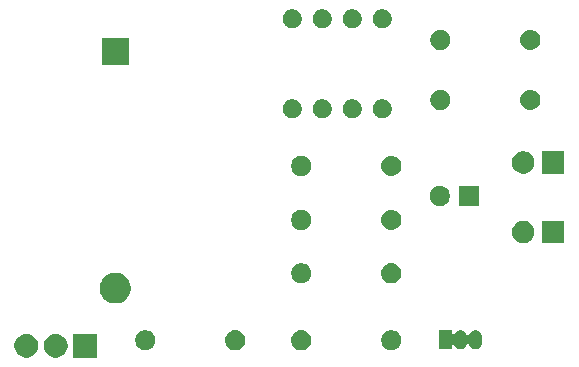
<source format=gbs>
G04 #@! TF.GenerationSoftware,KiCad,Pcbnew,5.1.0-060a0da~80~ubuntu16.04.1*
G04 #@! TF.CreationDate,2019-04-04T16:50:20+05:30*
G04 #@! TF.ProjectId,555_Badge,3535355f-4261-4646-9765-2e6b69636164,v01*
G04 #@! TF.SameCoordinates,Original*
G04 #@! TF.FileFunction,Soldermask,Bot*
G04 #@! TF.FilePolarity,Negative*
%FSLAX46Y46*%
G04 Gerber Fmt 4.6, Leading zero omitted, Abs format (unit mm)*
G04 Created by KiCad (PCBNEW 5.1.0-060a0da~80~ubuntu16.04.1) date 2019-04-04 16:50:20*
%MOMM*%
%LPD*%
G04 APERTURE LIST*
%ADD10C,0.100000*%
G04 APERTURE END LIST*
D10*
G36*
X133371285Y-120938234D02*
G01*
X133467981Y-120957468D01*
X133535648Y-120985497D01*
X133626664Y-121023197D01*
X133650151Y-121032926D01*
X133814100Y-121142473D01*
X133953527Y-121281900D01*
X134007840Y-121363186D01*
X134063075Y-121445851D01*
X134138532Y-121628020D01*
X134176348Y-121818129D01*
X134177000Y-121821410D01*
X134177000Y-122018590D01*
X134138532Y-122211981D01*
X134063074Y-122394151D01*
X133953527Y-122558100D01*
X133814100Y-122697527D01*
X133650151Y-122807074D01*
X133467981Y-122882532D01*
X133274591Y-122921000D01*
X133077409Y-122921000D01*
X132884019Y-122882532D01*
X132701849Y-122807074D01*
X132537900Y-122697527D01*
X132398473Y-122558100D01*
X132288926Y-122394151D01*
X132213468Y-122211981D01*
X132175000Y-122018590D01*
X132175000Y-121821410D01*
X132175653Y-121818129D01*
X132213468Y-121628020D01*
X132288925Y-121445851D01*
X132344160Y-121363186D01*
X132398473Y-121281900D01*
X132537900Y-121142473D01*
X132701849Y-121032926D01*
X132725337Y-121023197D01*
X132816352Y-120985497D01*
X132884019Y-120957468D01*
X132980715Y-120938234D01*
X133077409Y-120919000D01*
X133274591Y-120919000D01*
X133371285Y-120938234D01*
X133371285Y-120938234D01*
G37*
G36*
X135871285Y-120938234D02*
G01*
X135967981Y-120957468D01*
X136035648Y-120985497D01*
X136126664Y-121023197D01*
X136150151Y-121032926D01*
X136314100Y-121142473D01*
X136453527Y-121281900D01*
X136507840Y-121363186D01*
X136563075Y-121445851D01*
X136638532Y-121628020D01*
X136676348Y-121818129D01*
X136677000Y-121821410D01*
X136677000Y-122018590D01*
X136638532Y-122211981D01*
X136563074Y-122394151D01*
X136453527Y-122558100D01*
X136314100Y-122697527D01*
X136150151Y-122807074D01*
X135967981Y-122882532D01*
X135774591Y-122921000D01*
X135577409Y-122921000D01*
X135384019Y-122882532D01*
X135201849Y-122807074D01*
X135037900Y-122697527D01*
X134898473Y-122558100D01*
X134788926Y-122394151D01*
X134713468Y-122211981D01*
X134675000Y-122018590D01*
X134675000Y-121821410D01*
X134675653Y-121818129D01*
X134713468Y-121628020D01*
X134788925Y-121445851D01*
X134844160Y-121363186D01*
X134898473Y-121281900D01*
X135037900Y-121142473D01*
X135201849Y-121032926D01*
X135225337Y-121023197D01*
X135316352Y-120985497D01*
X135384019Y-120957468D01*
X135480715Y-120938234D01*
X135577409Y-120919000D01*
X135774591Y-120919000D01*
X135871285Y-120938234D01*
X135871285Y-120938234D01*
G37*
G36*
X139177000Y-122921000D02*
G01*
X137175000Y-122921000D01*
X137175000Y-120919000D01*
X139177000Y-120919000D01*
X139177000Y-122921000D01*
X139177000Y-122921000D01*
G37*
G36*
X143505229Y-120628704D02*
G01*
X143660101Y-120692854D01*
X143799482Y-120785986D01*
X143918016Y-120904520D01*
X144011148Y-121043901D01*
X144075298Y-121198773D01*
X144108001Y-121363185D01*
X144108001Y-121530817D01*
X144075298Y-121695229D01*
X144011148Y-121850101D01*
X143918016Y-121989482D01*
X143799482Y-122108016D01*
X143660101Y-122201148D01*
X143505229Y-122265298D01*
X143340817Y-122298001D01*
X143173185Y-122298001D01*
X143008773Y-122265298D01*
X142853901Y-122201148D01*
X142714520Y-122108016D01*
X142595986Y-121989482D01*
X142502854Y-121850101D01*
X142438704Y-121695229D01*
X142406001Y-121530817D01*
X142406001Y-121363185D01*
X142438704Y-121198773D01*
X142502854Y-121043901D01*
X142595986Y-120904520D01*
X142714520Y-120785986D01*
X142853901Y-120692854D01*
X143008773Y-120628704D01*
X143173185Y-120596001D01*
X143340817Y-120596001D01*
X143505229Y-120628704D01*
X143505229Y-120628704D01*
G37*
G36*
X151043824Y-120608314D02*
G01*
X151204243Y-120656977D01*
X151271362Y-120692853D01*
X151352079Y-120735997D01*
X151481660Y-120842342D01*
X151588005Y-120971923D01*
X151588006Y-120971925D01*
X151667025Y-121119759D01*
X151715688Y-121280178D01*
X151732118Y-121447001D01*
X151715688Y-121613824D01*
X151667025Y-121774243D01*
X151626478Y-121850101D01*
X151588005Y-121922079D01*
X151481660Y-122051660D01*
X151352079Y-122158005D01*
X151352077Y-122158006D01*
X151204243Y-122237025D01*
X151043824Y-122285688D01*
X150918805Y-122298001D01*
X150835197Y-122298001D01*
X150710178Y-122285688D01*
X150549759Y-122237025D01*
X150401925Y-122158006D01*
X150401923Y-122158005D01*
X150272342Y-122051660D01*
X150165997Y-121922079D01*
X150127524Y-121850101D01*
X150086977Y-121774243D01*
X150038314Y-121613824D01*
X150021884Y-121447001D01*
X150038314Y-121280178D01*
X150086977Y-121119759D01*
X150165996Y-120971925D01*
X150165997Y-120971923D01*
X150272342Y-120842342D01*
X150401923Y-120735997D01*
X150482640Y-120692853D01*
X150549759Y-120656977D01*
X150710178Y-120608314D01*
X150835197Y-120596001D01*
X150918805Y-120596001D01*
X151043824Y-120608314D01*
X151043824Y-120608314D01*
G37*
G36*
X156630823Y-120608314D02*
G01*
X156791242Y-120656977D01*
X156858361Y-120692853D01*
X156939078Y-120735997D01*
X157068659Y-120842342D01*
X157175004Y-120971923D01*
X157175005Y-120971925D01*
X157254024Y-121119759D01*
X157302687Y-121280178D01*
X157319117Y-121447001D01*
X157302687Y-121613824D01*
X157254024Y-121774243D01*
X157213477Y-121850101D01*
X157175004Y-121922079D01*
X157068659Y-122051660D01*
X156939078Y-122158005D01*
X156939076Y-122158006D01*
X156791242Y-122237025D01*
X156630823Y-122285688D01*
X156505804Y-122298001D01*
X156422196Y-122298001D01*
X156297177Y-122285688D01*
X156136758Y-122237025D01*
X155988924Y-122158006D01*
X155988922Y-122158005D01*
X155859341Y-122051660D01*
X155752996Y-121922079D01*
X155714523Y-121850101D01*
X155673976Y-121774243D01*
X155625313Y-121613824D01*
X155608883Y-121447001D01*
X155625313Y-121280178D01*
X155673976Y-121119759D01*
X155752995Y-120971925D01*
X155752996Y-120971923D01*
X155859341Y-120842342D01*
X155988922Y-120735997D01*
X156069639Y-120692853D01*
X156136758Y-120656977D01*
X156297177Y-120608314D01*
X156422196Y-120596001D01*
X156505804Y-120596001D01*
X156630823Y-120608314D01*
X156630823Y-120608314D01*
G37*
G36*
X164332228Y-120628704D02*
G01*
X164487100Y-120692854D01*
X164626481Y-120785986D01*
X164745015Y-120904520D01*
X164838147Y-121043901D01*
X164902297Y-121198773D01*
X164935000Y-121363185D01*
X164935000Y-121530817D01*
X164902297Y-121695229D01*
X164838147Y-121850101D01*
X164745015Y-121989482D01*
X164626481Y-122108016D01*
X164487100Y-122201148D01*
X164332228Y-122265298D01*
X164167816Y-122298001D01*
X164000184Y-122298001D01*
X163835772Y-122265298D01*
X163680900Y-122201148D01*
X163541519Y-122108016D01*
X163422985Y-121989482D01*
X163329853Y-121850101D01*
X163265703Y-121695229D01*
X163233000Y-121530817D01*
X163233000Y-121363185D01*
X163265703Y-121198773D01*
X163329853Y-121043901D01*
X163422985Y-120904520D01*
X163541519Y-120785986D01*
X163680900Y-120692854D01*
X163835772Y-120628704D01*
X164000184Y-120596001D01*
X164167816Y-120596001D01*
X164332228Y-120628704D01*
X164332228Y-120628704D01*
G37*
G36*
X171304015Y-120618973D02*
G01*
X171407879Y-120650479D01*
X171435055Y-120665005D01*
X171503600Y-120701643D01*
X171587501Y-120770499D01*
X171656357Y-120854400D01*
X171690886Y-120919000D01*
X171707521Y-120950121D01*
X171739027Y-121053985D01*
X171747000Y-121134933D01*
X171747000Y-121689067D01*
X171739027Y-121770015D01*
X171707521Y-121873879D01*
X171656356Y-121969600D01*
X171587501Y-122053501D01*
X171521074Y-122108016D01*
X171503599Y-122122357D01*
X171451907Y-122149987D01*
X171407878Y-122173521D01*
X171304014Y-122205027D01*
X171196000Y-122215666D01*
X171087985Y-122205027D01*
X170984121Y-122173521D01*
X170940093Y-122149987D01*
X170888401Y-122122357D01*
X170875643Y-122111887D01*
X170804499Y-122053501D01*
X170735644Y-121969600D01*
X170684479Y-121873878D01*
X170680615Y-121861139D01*
X170671239Y-121838503D01*
X170657625Y-121818129D01*
X170640298Y-121800802D01*
X170619923Y-121787188D01*
X170597285Y-121777811D01*
X170573251Y-121773031D01*
X170548747Y-121773031D01*
X170524714Y-121777812D01*
X170502075Y-121787189D01*
X170481701Y-121800803D01*
X170464374Y-121818130D01*
X170450760Y-121838505D01*
X170441388Y-121861131D01*
X170437521Y-121873879D01*
X170386356Y-121969600D01*
X170317501Y-122053501D01*
X170251074Y-122108016D01*
X170233599Y-122122357D01*
X170181907Y-122149987D01*
X170137878Y-122173521D01*
X170034014Y-122205027D01*
X169926000Y-122215666D01*
X169817985Y-122205027D01*
X169714121Y-122173521D01*
X169670093Y-122149987D01*
X169618401Y-122122357D01*
X169605643Y-122111887D01*
X169534499Y-122053501D01*
X169465644Y-121969600D01*
X169442234Y-121925804D01*
X169428625Y-121905436D01*
X169411298Y-121888109D01*
X169390924Y-121874495D01*
X169368285Y-121865118D01*
X169344252Y-121860337D01*
X169319748Y-121860337D01*
X169295714Y-121865117D01*
X169273076Y-121874494D01*
X169252701Y-121888108D01*
X169235374Y-121905435D01*
X169221760Y-121925809D01*
X169212383Y-121948448D01*
X169207602Y-121972481D01*
X169207000Y-121984734D01*
X169207000Y-122213000D01*
X168105000Y-122213000D01*
X168105000Y-120611000D01*
X169207000Y-120611000D01*
X169207000Y-120839265D01*
X169209402Y-120863651D01*
X169216515Y-120887100D01*
X169228066Y-120908711D01*
X169243611Y-120927653D01*
X169262553Y-120943198D01*
X169284164Y-120954749D01*
X169307613Y-120961862D01*
X169331999Y-120964264D01*
X169356385Y-120961862D01*
X169379834Y-120954749D01*
X169401445Y-120943198D01*
X169420387Y-120927653D01*
X169435932Y-120908711D01*
X169442239Y-120898188D01*
X169465644Y-120854399D01*
X169534500Y-120770499D01*
X169618401Y-120701643D01*
X169686946Y-120665005D01*
X169714122Y-120650479D01*
X169817986Y-120618973D01*
X169926000Y-120608334D01*
X170034015Y-120618973D01*
X170137879Y-120650479D01*
X170165055Y-120665005D01*
X170233600Y-120701643D01*
X170317501Y-120770499D01*
X170386357Y-120854400D01*
X170420886Y-120919000D01*
X170437521Y-120950121D01*
X170441388Y-120962869D01*
X170450760Y-120985496D01*
X170464374Y-121005870D01*
X170481701Y-121023197D01*
X170502075Y-121036811D01*
X170524714Y-121046188D01*
X170548747Y-121050969D01*
X170573251Y-121050969D01*
X170597285Y-121046189D01*
X170619924Y-121036812D01*
X170640298Y-121023198D01*
X170657625Y-121005871D01*
X170671239Y-120985497D01*
X170680617Y-120962857D01*
X170680919Y-120961862D01*
X170684480Y-120950121D01*
X170684481Y-120950118D01*
X170735643Y-120854401D01*
X170804500Y-120770499D01*
X170888401Y-120701643D01*
X170956946Y-120665005D01*
X170984122Y-120650479D01*
X171087986Y-120618973D01*
X171196000Y-120608334D01*
X171304015Y-120618973D01*
X171304015Y-120618973D01*
G37*
G36*
X141095487Y-115776996D02*
G01*
X141297848Y-115860817D01*
X141332255Y-115875069D01*
X141435154Y-115943824D01*
X141545339Y-116017447D01*
X141726553Y-116198661D01*
X141868932Y-116411747D01*
X141967004Y-116648513D01*
X142017000Y-116899861D01*
X142017000Y-117156139D01*
X141967004Y-117407487D01*
X141868932Y-117644253D01*
X141868931Y-117644255D01*
X141726553Y-117857339D01*
X141545339Y-118038553D01*
X141332255Y-118180931D01*
X141332254Y-118180932D01*
X141332253Y-118180932D01*
X141095487Y-118279004D01*
X140844139Y-118329000D01*
X140587861Y-118329000D01*
X140336513Y-118279004D01*
X140099747Y-118180932D01*
X140099746Y-118180932D01*
X140099745Y-118180931D01*
X139886661Y-118038553D01*
X139705447Y-117857339D01*
X139563069Y-117644255D01*
X139563068Y-117644253D01*
X139464996Y-117407487D01*
X139415000Y-117156139D01*
X139415000Y-116899861D01*
X139464996Y-116648513D01*
X139563068Y-116411747D01*
X139705447Y-116198661D01*
X139886661Y-116017447D01*
X139996846Y-115943824D01*
X140099745Y-115875069D01*
X140134152Y-115860817D01*
X140336513Y-115776996D01*
X140587861Y-115727000D01*
X140844139Y-115727000D01*
X141095487Y-115776996D01*
X141095487Y-115776996D01*
G37*
G36*
X156712228Y-114958704D02*
G01*
X156867100Y-115022854D01*
X157006481Y-115115986D01*
X157125015Y-115234520D01*
X157218147Y-115373901D01*
X157282297Y-115528773D01*
X157315000Y-115693185D01*
X157315000Y-115860817D01*
X157282297Y-116025229D01*
X157218147Y-116180101D01*
X157125015Y-116319482D01*
X157006481Y-116438016D01*
X156867100Y-116531148D01*
X156712228Y-116595298D01*
X156547816Y-116628001D01*
X156380184Y-116628001D01*
X156215772Y-116595298D01*
X156060900Y-116531148D01*
X155921519Y-116438016D01*
X155802985Y-116319482D01*
X155709853Y-116180101D01*
X155645703Y-116025229D01*
X155613000Y-115860817D01*
X155613000Y-115693185D01*
X155645703Y-115528773D01*
X155709853Y-115373901D01*
X155802985Y-115234520D01*
X155921519Y-115115986D01*
X156060900Y-115022854D01*
X156215772Y-114958704D01*
X156380184Y-114926001D01*
X156547816Y-114926001D01*
X156712228Y-114958704D01*
X156712228Y-114958704D01*
G37*
G36*
X164250823Y-114938314D02*
G01*
X164411242Y-114986977D01*
X164478361Y-115022853D01*
X164559078Y-115065997D01*
X164688659Y-115172342D01*
X164795004Y-115301923D01*
X164795005Y-115301925D01*
X164874024Y-115449759D01*
X164922687Y-115610178D01*
X164939117Y-115777001D01*
X164922687Y-115943824D01*
X164874024Y-116104243D01*
X164833477Y-116180101D01*
X164795004Y-116252079D01*
X164688659Y-116381660D01*
X164559078Y-116488005D01*
X164559076Y-116488006D01*
X164411242Y-116567025D01*
X164250823Y-116615688D01*
X164125804Y-116628001D01*
X164042196Y-116628001D01*
X163917177Y-116615688D01*
X163756758Y-116567025D01*
X163608924Y-116488006D01*
X163608922Y-116488005D01*
X163479341Y-116381660D01*
X163372996Y-116252079D01*
X163334523Y-116180101D01*
X163293976Y-116104243D01*
X163245313Y-115943824D01*
X163228883Y-115777001D01*
X163245313Y-115610178D01*
X163293976Y-115449759D01*
X163372995Y-115301925D01*
X163372996Y-115301923D01*
X163479341Y-115172342D01*
X163608922Y-115065997D01*
X163689639Y-115022853D01*
X163756758Y-114986977D01*
X163917177Y-114938314D01*
X164042196Y-114926001D01*
X164125804Y-114926001D01*
X164250823Y-114938314D01*
X164250823Y-114938314D01*
G37*
G36*
X178751000Y-113219000D02*
G01*
X176849000Y-113219000D01*
X176849000Y-111317000D01*
X178751000Y-111317000D01*
X178751000Y-113219000D01*
X178751000Y-113219000D01*
G37*
G36*
X175537395Y-111353546D02*
G01*
X175710466Y-111425234D01*
X175710467Y-111425235D01*
X175866227Y-111529310D01*
X175998690Y-111661773D01*
X175998691Y-111661775D01*
X176102766Y-111817534D01*
X176174454Y-111990605D01*
X176211000Y-112174333D01*
X176211000Y-112361667D01*
X176174454Y-112545395D01*
X176102766Y-112718466D01*
X176102765Y-112718467D01*
X175998690Y-112874227D01*
X175866227Y-113006690D01*
X175787818Y-113059081D01*
X175710466Y-113110766D01*
X175537395Y-113182454D01*
X175353667Y-113219000D01*
X175166333Y-113219000D01*
X174982605Y-113182454D01*
X174809534Y-113110766D01*
X174732182Y-113059081D01*
X174653773Y-113006690D01*
X174521310Y-112874227D01*
X174417235Y-112718467D01*
X174417234Y-112718466D01*
X174345546Y-112545395D01*
X174309000Y-112361667D01*
X174309000Y-112174333D01*
X174345546Y-111990605D01*
X174417234Y-111817534D01*
X174521309Y-111661775D01*
X174521310Y-111661773D01*
X174653773Y-111529310D01*
X174809533Y-111425235D01*
X174809534Y-111425234D01*
X174982605Y-111353546D01*
X175166333Y-111317000D01*
X175353667Y-111317000D01*
X175537395Y-111353546D01*
X175537395Y-111353546D01*
G37*
G36*
X156712228Y-110433703D02*
G01*
X156867100Y-110497853D01*
X157006481Y-110590985D01*
X157125015Y-110709519D01*
X157218147Y-110848900D01*
X157282297Y-111003772D01*
X157315000Y-111168184D01*
X157315000Y-111335816D01*
X157282297Y-111500228D01*
X157218147Y-111655100D01*
X157125015Y-111794481D01*
X157006481Y-111913015D01*
X156867100Y-112006147D01*
X156712228Y-112070297D01*
X156547816Y-112103000D01*
X156380184Y-112103000D01*
X156215772Y-112070297D01*
X156060900Y-112006147D01*
X155921519Y-111913015D01*
X155802985Y-111794481D01*
X155709853Y-111655100D01*
X155645703Y-111500228D01*
X155613000Y-111335816D01*
X155613000Y-111168184D01*
X155645703Y-111003772D01*
X155709853Y-110848900D01*
X155802985Y-110709519D01*
X155921519Y-110590985D01*
X156060900Y-110497853D01*
X156215772Y-110433703D01*
X156380184Y-110401000D01*
X156547816Y-110401000D01*
X156712228Y-110433703D01*
X156712228Y-110433703D01*
G37*
G36*
X164250823Y-110413313D02*
G01*
X164411242Y-110461976D01*
X164478361Y-110497852D01*
X164559078Y-110540996D01*
X164688659Y-110647341D01*
X164795004Y-110776922D01*
X164795005Y-110776924D01*
X164874024Y-110924758D01*
X164922687Y-111085177D01*
X164939117Y-111252000D01*
X164922687Y-111418823D01*
X164874024Y-111579242D01*
X164833477Y-111655100D01*
X164795004Y-111727078D01*
X164688659Y-111856659D01*
X164559078Y-111963004D01*
X164559076Y-111963005D01*
X164411242Y-112042024D01*
X164250823Y-112090687D01*
X164125804Y-112103000D01*
X164042196Y-112103000D01*
X163917177Y-112090687D01*
X163756758Y-112042024D01*
X163608924Y-111963005D01*
X163608922Y-111963004D01*
X163479341Y-111856659D01*
X163372996Y-111727078D01*
X163334523Y-111655100D01*
X163293976Y-111579242D01*
X163245313Y-111418823D01*
X163228883Y-111252000D01*
X163245313Y-111085177D01*
X163293976Y-110924758D01*
X163372995Y-110776924D01*
X163372996Y-110776922D01*
X163479341Y-110647341D01*
X163608922Y-110540996D01*
X163689639Y-110497852D01*
X163756758Y-110461976D01*
X163917177Y-110413313D01*
X164042196Y-110401000D01*
X164125804Y-110401000D01*
X164250823Y-110413313D01*
X164250823Y-110413313D01*
G37*
G36*
X168436228Y-108401703D02*
G01*
X168591100Y-108465853D01*
X168730481Y-108558985D01*
X168849015Y-108677519D01*
X168942147Y-108816900D01*
X169006297Y-108971772D01*
X169039000Y-109136184D01*
X169039000Y-109303816D01*
X169006297Y-109468228D01*
X168942147Y-109623100D01*
X168849015Y-109762481D01*
X168730481Y-109881015D01*
X168591100Y-109974147D01*
X168436228Y-110038297D01*
X168271816Y-110071000D01*
X168104184Y-110071000D01*
X167939772Y-110038297D01*
X167784900Y-109974147D01*
X167645519Y-109881015D01*
X167526985Y-109762481D01*
X167433853Y-109623100D01*
X167369703Y-109468228D01*
X167337000Y-109303816D01*
X167337000Y-109136184D01*
X167369703Y-108971772D01*
X167433853Y-108816900D01*
X167526985Y-108677519D01*
X167645519Y-108558985D01*
X167784900Y-108465853D01*
X167939772Y-108401703D01*
X168104184Y-108369000D01*
X168271816Y-108369000D01*
X168436228Y-108401703D01*
X168436228Y-108401703D01*
G37*
G36*
X171539000Y-110071000D02*
G01*
X169837000Y-110071000D01*
X169837000Y-108369000D01*
X171539000Y-108369000D01*
X171539000Y-110071000D01*
X171539000Y-110071000D01*
G37*
G36*
X164250823Y-105841313D02*
G01*
X164411242Y-105889976D01*
X164543906Y-105960886D01*
X164559078Y-105968996D01*
X164688659Y-106075341D01*
X164795004Y-106204922D01*
X164795005Y-106204924D01*
X164874024Y-106352758D01*
X164922687Y-106513177D01*
X164939117Y-106680000D01*
X164922687Y-106846823D01*
X164874024Y-107007242D01*
X164833477Y-107083100D01*
X164795004Y-107155078D01*
X164688659Y-107284659D01*
X164559078Y-107391004D01*
X164559076Y-107391005D01*
X164411242Y-107470024D01*
X164250823Y-107518687D01*
X164125804Y-107531000D01*
X164042196Y-107531000D01*
X163917177Y-107518687D01*
X163756758Y-107470024D01*
X163608924Y-107391005D01*
X163608922Y-107391004D01*
X163479341Y-107284659D01*
X163372996Y-107155078D01*
X163334523Y-107083100D01*
X163293976Y-107007242D01*
X163245313Y-106846823D01*
X163228883Y-106680000D01*
X163245313Y-106513177D01*
X163293976Y-106352758D01*
X163372995Y-106204924D01*
X163372996Y-106204922D01*
X163479341Y-106075341D01*
X163608922Y-105968996D01*
X163624094Y-105960886D01*
X163756758Y-105889976D01*
X163917177Y-105841313D01*
X164042196Y-105829000D01*
X164125804Y-105829000D01*
X164250823Y-105841313D01*
X164250823Y-105841313D01*
G37*
G36*
X156712228Y-105861703D02*
G01*
X156867100Y-105925853D01*
X157006481Y-106018985D01*
X157125015Y-106137519D01*
X157218147Y-106276900D01*
X157282297Y-106431772D01*
X157315000Y-106596184D01*
X157315000Y-106763816D01*
X157282297Y-106928228D01*
X157218147Y-107083100D01*
X157125015Y-107222481D01*
X157006481Y-107341015D01*
X156867100Y-107434147D01*
X156712228Y-107498297D01*
X156547816Y-107531000D01*
X156380184Y-107531000D01*
X156215772Y-107498297D01*
X156060900Y-107434147D01*
X155921519Y-107341015D01*
X155802985Y-107222481D01*
X155709853Y-107083100D01*
X155645703Y-106928228D01*
X155613000Y-106763816D01*
X155613000Y-106596184D01*
X155645703Y-106431772D01*
X155709853Y-106276900D01*
X155802985Y-106137519D01*
X155921519Y-106018985D01*
X156060900Y-105925853D01*
X156215772Y-105861703D01*
X156380184Y-105829000D01*
X156547816Y-105829000D01*
X156712228Y-105861703D01*
X156712228Y-105861703D01*
G37*
G36*
X178751000Y-107338001D02*
G01*
X176849000Y-107338001D01*
X176849000Y-105436001D01*
X178751000Y-105436001D01*
X178751000Y-107338001D01*
X178751000Y-107338001D01*
G37*
G36*
X175537395Y-105472547D02*
G01*
X175710466Y-105544235D01*
X175710467Y-105544236D01*
X175866227Y-105648311D01*
X175998690Y-105780774D01*
X175998691Y-105780776D01*
X176102766Y-105936535D01*
X176174454Y-106109606D01*
X176211000Y-106293334D01*
X176211000Y-106480668D01*
X176174454Y-106664396D01*
X176102766Y-106837467D01*
X176096513Y-106846825D01*
X175998690Y-106993228D01*
X175866227Y-107125691D01*
X175822249Y-107155076D01*
X175710466Y-107229767D01*
X175537395Y-107301455D01*
X175353667Y-107338001D01*
X175166333Y-107338001D01*
X174982605Y-107301455D01*
X174809534Y-107229767D01*
X174697751Y-107155076D01*
X174653773Y-107125691D01*
X174521310Y-106993228D01*
X174423487Y-106846825D01*
X174417234Y-106837467D01*
X174345546Y-106664396D01*
X174309000Y-106480668D01*
X174309000Y-106293334D01*
X174345546Y-106109606D01*
X174417234Y-105936535D01*
X174521309Y-105780776D01*
X174521310Y-105780774D01*
X174653773Y-105648311D01*
X174809533Y-105544236D01*
X174809534Y-105544235D01*
X174982605Y-105472547D01*
X175166333Y-105436001D01*
X175353667Y-105436001D01*
X175537395Y-105472547D01*
X175537395Y-105472547D01*
G37*
G36*
X155939142Y-101072242D02*
G01*
X156087101Y-101133529D01*
X156220255Y-101222499D01*
X156333501Y-101335745D01*
X156422471Y-101468899D01*
X156483758Y-101616858D01*
X156515000Y-101773925D01*
X156515000Y-101934075D01*
X156483758Y-102091142D01*
X156422471Y-102239101D01*
X156333501Y-102372255D01*
X156220255Y-102485501D01*
X156087101Y-102574471D01*
X155939142Y-102635758D01*
X155782075Y-102667000D01*
X155621925Y-102667000D01*
X155464858Y-102635758D01*
X155316899Y-102574471D01*
X155183745Y-102485501D01*
X155070499Y-102372255D01*
X154981529Y-102239101D01*
X154920242Y-102091142D01*
X154889000Y-101934075D01*
X154889000Y-101773925D01*
X154920242Y-101616858D01*
X154981529Y-101468899D01*
X155070499Y-101335745D01*
X155183745Y-101222499D01*
X155316899Y-101133529D01*
X155464858Y-101072242D01*
X155621925Y-101041000D01*
X155782075Y-101041000D01*
X155939142Y-101072242D01*
X155939142Y-101072242D01*
G37*
G36*
X158479142Y-101072242D02*
G01*
X158627101Y-101133529D01*
X158760255Y-101222499D01*
X158873501Y-101335745D01*
X158962471Y-101468899D01*
X159023758Y-101616858D01*
X159055000Y-101773925D01*
X159055000Y-101934075D01*
X159023758Y-102091142D01*
X158962471Y-102239101D01*
X158873501Y-102372255D01*
X158760255Y-102485501D01*
X158627101Y-102574471D01*
X158479142Y-102635758D01*
X158322075Y-102667000D01*
X158161925Y-102667000D01*
X158004858Y-102635758D01*
X157856899Y-102574471D01*
X157723745Y-102485501D01*
X157610499Y-102372255D01*
X157521529Y-102239101D01*
X157460242Y-102091142D01*
X157429000Y-101934075D01*
X157429000Y-101773925D01*
X157460242Y-101616858D01*
X157521529Y-101468899D01*
X157610499Y-101335745D01*
X157723745Y-101222499D01*
X157856899Y-101133529D01*
X158004858Y-101072242D01*
X158161925Y-101041000D01*
X158322075Y-101041000D01*
X158479142Y-101072242D01*
X158479142Y-101072242D01*
G37*
G36*
X161019142Y-101072242D02*
G01*
X161167101Y-101133529D01*
X161300255Y-101222499D01*
X161413501Y-101335745D01*
X161502471Y-101468899D01*
X161563758Y-101616858D01*
X161595000Y-101773925D01*
X161595000Y-101934075D01*
X161563758Y-102091142D01*
X161502471Y-102239101D01*
X161413501Y-102372255D01*
X161300255Y-102485501D01*
X161167101Y-102574471D01*
X161019142Y-102635758D01*
X160862075Y-102667000D01*
X160701925Y-102667000D01*
X160544858Y-102635758D01*
X160396899Y-102574471D01*
X160263745Y-102485501D01*
X160150499Y-102372255D01*
X160061529Y-102239101D01*
X160000242Y-102091142D01*
X159969000Y-101934075D01*
X159969000Y-101773925D01*
X160000242Y-101616858D01*
X160061529Y-101468899D01*
X160150499Y-101335745D01*
X160263745Y-101222499D01*
X160396899Y-101133529D01*
X160544858Y-101072242D01*
X160701925Y-101041000D01*
X160862075Y-101041000D01*
X161019142Y-101072242D01*
X161019142Y-101072242D01*
G37*
G36*
X163559142Y-101072242D02*
G01*
X163707101Y-101133529D01*
X163840255Y-101222499D01*
X163953501Y-101335745D01*
X164042471Y-101468899D01*
X164103758Y-101616858D01*
X164135000Y-101773925D01*
X164135000Y-101934075D01*
X164103758Y-102091142D01*
X164042471Y-102239101D01*
X163953501Y-102372255D01*
X163840255Y-102485501D01*
X163707101Y-102574471D01*
X163559142Y-102635758D01*
X163402075Y-102667000D01*
X163241925Y-102667000D01*
X163084858Y-102635758D01*
X162936899Y-102574471D01*
X162803745Y-102485501D01*
X162690499Y-102372255D01*
X162601529Y-102239101D01*
X162540242Y-102091142D01*
X162509000Y-101934075D01*
X162509000Y-101773925D01*
X162540242Y-101616858D01*
X162601529Y-101468899D01*
X162690499Y-101335745D01*
X162803745Y-101222499D01*
X162936899Y-101133529D01*
X163084858Y-101072242D01*
X163241925Y-101041000D01*
X163402075Y-101041000D01*
X163559142Y-101072242D01*
X163559142Y-101072242D01*
G37*
G36*
X176023824Y-100253313D02*
G01*
X176184243Y-100301976D01*
X176251362Y-100337852D01*
X176332079Y-100380996D01*
X176461660Y-100487341D01*
X176568005Y-100616922D01*
X176568006Y-100616924D01*
X176647025Y-100764758D01*
X176695688Y-100925177D01*
X176712118Y-101092000D01*
X176695688Y-101258823D01*
X176647025Y-101419242D01*
X176606478Y-101495100D01*
X176568005Y-101567078D01*
X176461660Y-101696659D01*
X176332079Y-101803004D01*
X176332077Y-101803005D01*
X176184243Y-101882024D01*
X176023824Y-101930687D01*
X175898805Y-101943000D01*
X175815197Y-101943000D01*
X175690178Y-101930687D01*
X175529759Y-101882024D01*
X175381925Y-101803005D01*
X175381923Y-101803004D01*
X175252342Y-101696659D01*
X175145997Y-101567078D01*
X175107524Y-101495100D01*
X175066977Y-101419242D01*
X175018314Y-101258823D01*
X175001884Y-101092000D01*
X175018314Y-100925177D01*
X175066977Y-100764758D01*
X175145996Y-100616924D01*
X175145997Y-100616922D01*
X175252342Y-100487341D01*
X175381923Y-100380996D01*
X175462640Y-100337852D01*
X175529759Y-100301976D01*
X175690178Y-100253313D01*
X175815197Y-100241000D01*
X175898805Y-100241000D01*
X176023824Y-100253313D01*
X176023824Y-100253313D01*
G37*
G36*
X168485229Y-100273703D02*
G01*
X168640101Y-100337853D01*
X168779482Y-100430985D01*
X168898016Y-100549519D01*
X168991148Y-100688900D01*
X169055298Y-100843772D01*
X169088001Y-101008184D01*
X169088001Y-101175816D01*
X169055298Y-101340228D01*
X168991148Y-101495100D01*
X168898016Y-101634481D01*
X168779482Y-101753015D01*
X168640101Y-101846147D01*
X168485229Y-101910297D01*
X168320817Y-101943000D01*
X168153185Y-101943000D01*
X167988773Y-101910297D01*
X167833901Y-101846147D01*
X167694520Y-101753015D01*
X167575986Y-101634481D01*
X167482854Y-101495100D01*
X167418704Y-101340228D01*
X167386001Y-101175816D01*
X167386001Y-101008184D01*
X167418704Y-100843772D01*
X167482854Y-100688900D01*
X167575986Y-100549519D01*
X167694520Y-100430985D01*
X167833901Y-100337853D01*
X167988773Y-100273703D01*
X168153185Y-100241000D01*
X168320817Y-100241000D01*
X168485229Y-100273703D01*
X168485229Y-100273703D01*
G37*
G36*
X141852000Y-98164000D02*
G01*
X139580000Y-98164000D01*
X139580000Y-95892000D01*
X141852000Y-95892000D01*
X141852000Y-98164000D01*
X141852000Y-98164000D01*
G37*
G36*
X168485229Y-95193703D02*
G01*
X168640101Y-95257853D01*
X168779482Y-95350985D01*
X168898016Y-95469519D01*
X168991148Y-95608900D01*
X169055298Y-95763772D01*
X169088001Y-95928184D01*
X169088001Y-96095816D01*
X169055298Y-96260228D01*
X168991148Y-96415100D01*
X168898016Y-96554481D01*
X168779482Y-96673015D01*
X168640101Y-96766147D01*
X168485229Y-96830297D01*
X168320817Y-96863000D01*
X168153185Y-96863000D01*
X167988773Y-96830297D01*
X167833901Y-96766147D01*
X167694520Y-96673015D01*
X167575986Y-96554481D01*
X167482854Y-96415100D01*
X167418704Y-96260228D01*
X167386001Y-96095816D01*
X167386001Y-95928184D01*
X167418704Y-95763772D01*
X167482854Y-95608900D01*
X167575986Y-95469519D01*
X167694520Y-95350985D01*
X167833901Y-95257853D01*
X167988773Y-95193703D01*
X168153185Y-95161000D01*
X168320817Y-95161000D01*
X168485229Y-95193703D01*
X168485229Y-95193703D01*
G37*
G36*
X176023824Y-95173313D02*
G01*
X176184243Y-95221976D01*
X176251362Y-95257852D01*
X176332079Y-95300996D01*
X176461660Y-95407341D01*
X176568005Y-95536922D01*
X176568006Y-95536924D01*
X176647025Y-95684758D01*
X176695688Y-95845177D01*
X176712118Y-96012000D01*
X176695688Y-96178823D01*
X176647025Y-96339242D01*
X176606478Y-96415100D01*
X176568005Y-96487078D01*
X176461660Y-96616659D01*
X176332079Y-96723004D01*
X176332077Y-96723005D01*
X176184243Y-96802024D01*
X176023824Y-96850687D01*
X175898805Y-96863000D01*
X175815197Y-96863000D01*
X175690178Y-96850687D01*
X175529759Y-96802024D01*
X175381925Y-96723005D01*
X175381923Y-96723004D01*
X175252342Y-96616659D01*
X175145997Y-96487078D01*
X175107524Y-96415100D01*
X175066977Y-96339242D01*
X175018314Y-96178823D01*
X175001884Y-96012000D01*
X175018314Y-95845177D01*
X175066977Y-95684758D01*
X175145996Y-95536924D01*
X175145997Y-95536922D01*
X175252342Y-95407341D01*
X175381923Y-95300996D01*
X175462640Y-95257852D01*
X175529759Y-95221976D01*
X175690178Y-95173313D01*
X175815197Y-95161000D01*
X175898805Y-95161000D01*
X176023824Y-95173313D01*
X176023824Y-95173313D01*
G37*
G36*
X158479142Y-93452242D02*
G01*
X158627101Y-93513529D01*
X158760255Y-93602499D01*
X158873501Y-93715745D01*
X158962471Y-93848899D01*
X159023758Y-93996858D01*
X159055000Y-94153925D01*
X159055000Y-94314075D01*
X159023758Y-94471142D01*
X158962471Y-94619101D01*
X158873501Y-94752255D01*
X158760255Y-94865501D01*
X158627101Y-94954471D01*
X158479142Y-95015758D01*
X158322075Y-95047000D01*
X158161925Y-95047000D01*
X158004858Y-95015758D01*
X157856899Y-94954471D01*
X157723745Y-94865501D01*
X157610499Y-94752255D01*
X157521529Y-94619101D01*
X157460242Y-94471142D01*
X157429000Y-94314075D01*
X157429000Y-94153925D01*
X157460242Y-93996858D01*
X157521529Y-93848899D01*
X157610499Y-93715745D01*
X157723745Y-93602499D01*
X157856899Y-93513529D01*
X158004858Y-93452242D01*
X158161925Y-93421000D01*
X158322075Y-93421000D01*
X158479142Y-93452242D01*
X158479142Y-93452242D01*
G37*
G36*
X161019142Y-93452242D02*
G01*
X161167101Y-93513529D01*
X161300255Y-93602499D01*
X161413501Y-93715745D01*
X161502471Y-93848899D01*
X161563758Y-93996858D01*
X161595000Y-94153925D01*
X161595000Y-94314075D01*
X161563758Y-94471142D01*
X161502471Y-94619101D01*
X161413501Y-94752255D01*
X161300255Y-94865501D01*
X161167101Y-94954471D01*
X161019142Y-95015758D01*
X160862075Y-95047000D01*
X160701925Y-95047000D01*
X160544858Y-95015758D01*
X160396899Y-94954471D01*
X160263745Y-94865501D01*
X160150499Y-94752255D01*
X160061529Y-94619101D01*
X160000242Y-94471142D01*
X159969000Y-94314075D01*
X159969000Y-94153925D01*
X160000242Y-93996858D01*
X160061529Y-93848899D01*
X160150499Y-93715745D01*
X160263745Y-93602499D01*
X160396899Y-93513529D01*
X160544858Y-93452242D01*
X160701925Y-93421000D01*
X160862075Y-93421000D01*
X161019142Y-93452242D01*
X161019142Y-93452242D01*
G37*
G36*
X163559142Y-93452242D02*
G01*
X163707101Y-93513529D01*
X163840255Y-93602499D01*
X163953501Y-93715745D01*
X164042471Y-93848899D01*
X164103758Y-93996858D01*
X164135000Y-94153925D01*
X164135000Y-94314075D01*
X164103758Y-94471142D01*
X164042471Y-94619101D01*
X163953501Y-94752255D01*
X163840255Y-94865501D01*
X163707101Y-94954471D01*
X163559142Y-95015758D01*
X163402075Y-95047000D01*
X163241925Y-95047000D01*
X163084858Y-95015758D01*
X162936899Y-94954471D01*
X162803745Y-94865501D01*
X162690499Y-94752255D01*
X162601529Y-94619101D01*
X162540242Y-94471142D01*
X162509000Y-94314075D01*
X162509000Y-94153925D01*
X162540242Y-93996858D01*
X162601529Y-93848899D01*
X162690499Y-93715745D01*
X162803745Y-93602499D01*
X162936899Y-93513529D01*
X163084858Y-93452242D01*
X163241925Y-93421000D01*
X163402075Y-93421000D01*
X163559142Y-93452242D01*
X163559142Y-93452242D01*
G37*
G36*
X155939142Y-93452242D02*
G01*
X156087101Y-93513529D01*
X156220255Y-93602499D01*
X156333501Y-93715745D01*
X156422471Y-93848899D01*
X156483758Y-93996858D01*
X156515000Y-94153925D01*
X156515000Y-94314075D01*
X156483758Y-94471142D01*
X156422471Y-94619101D01*
X156333501Y-94752255D01*
X156220255Y-94865501D01*
X156087101Y-94954471D01*
X155939142Y-95015758D01*
X155782075Y-95047000D01*
X155621925Y-95047000D01*
X155464858Y-95015758D01*
X155316899Y-94954471D01*
X155183745Y-94865501D01*
X155070499Y-94752255D01*
X154981529Y-94619101D01*
X154920242Y-94471142D01*
X154889000Y-94314075D01*
X154889000Y-94153925D01*
X154920242Y-93996858D01*
X154981529Y-93848899D01*
X155070499Y-93715745D01*
X155183745Y-93602499D01*
X155316899Y-93513529D01*
X155464858Y-93452242D01*
X155621925Y-93421000D01*
X155782075Y-93421000D01*
X155939142Y-93452242D01*
X155939142Y-93452242D01*
G37*
M02*

</source>
